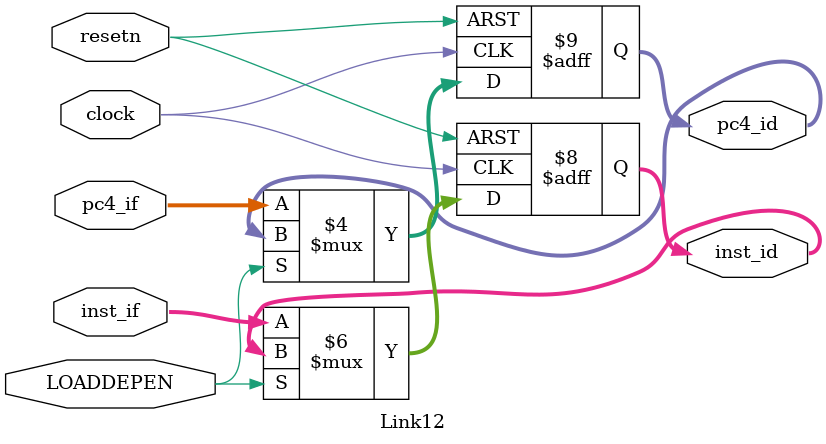
<source format=v>
`timescale 1ns / 1ps
module Link12( // instruction register
	inst_if, inst_id, pc4_id, pc4_if, clock, resetn, LOADDEPEN
);
	input [31:0] inst_if, pc4_if;
	input clock, resetn, LOADDEPEN;
	output [31:0] inst_id, pc4_id;
	
	//½«Êä³öÉùÃ÷Îª±äÁ¿
	reg [31:0] inst_id, pc4_id;
	
	always @ (posedge clock or negedge resetn) begin
		if (resetn == 0) begin
				inst_id <= 0;
				pc4_id <= 0;
		end
		else if(~LOADDEPEN) begin
				inst_id <= inst_if;
				pc4_id <= pc4_if;
		end
	end
endmodule

</source>
